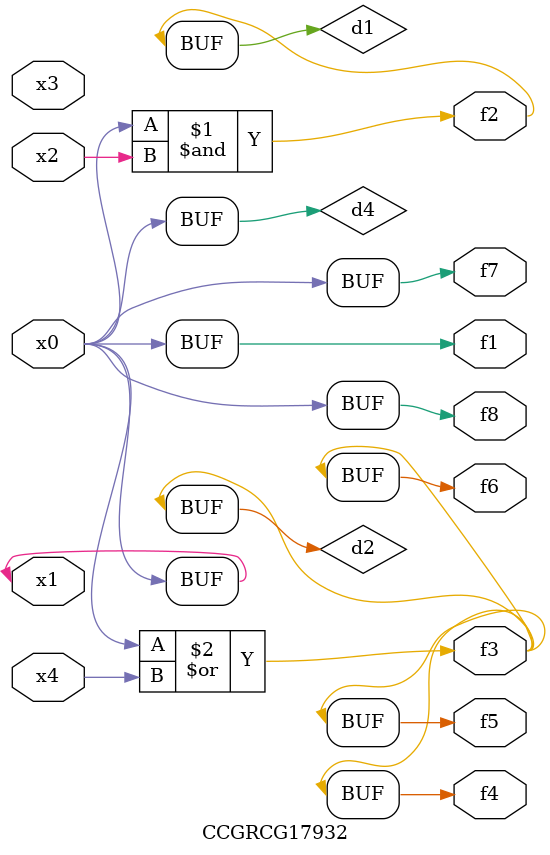
<source format=v>
module CCGRCG17932(
	input x0, x1, x2, x3, x4,
	output f1, f2, f3, f4, f5, f6, f7, f8
);

	wire d1, d2, d3, d4;

	and (d1, x0, x2);
	or (d2, x0, x4);
	nand (d3, x0, x2);
	buf (d4, x0, x1);
	assign f1 = d4;
	assign f2 = d1;
	assign f3 = d2;
	assign f4 = d2;
	assign f5 = d2;
	assign f6 = d2;
	assign f7 = d4;
	assign f8 = d4;
endmodule

</source>
